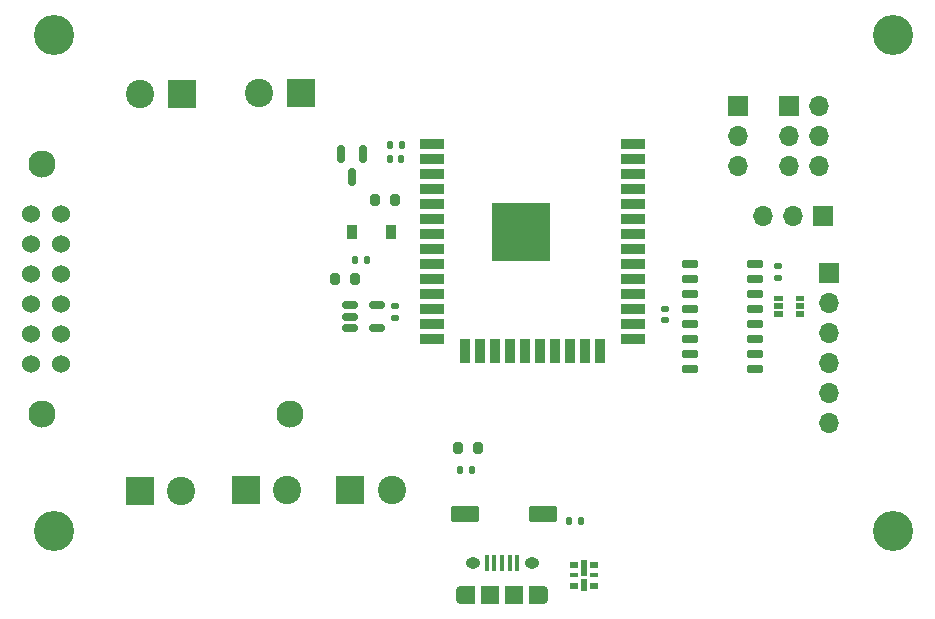
<source format=gbr>
%TF.GenerationSoftware,KiCad,Pcbnew,(6.0.0-0)*%
%TF.CreationDate,2022-09-01T13:13:12-04:00*%
%TF.ProjectId,Dome_Controller,446f6d65-5f43-46f6-9e74-726f6c6c6572,rev?*%
%TF.SameCoordinates,Original*%
%TF.FileFunction,Soldermask,Top*%
%TF.FilePolarity,Negative*%
%FSLAX46Y46*%
G04 Gerber Fmt 4.6, Leading zero omitted, Abs format (unit mm)*
G04 Created by KiCad (PCBNEW (6.0.0-0)) date 2022-09-01 13:13:12*
%MOMM*%
%LPD*%
G01*
G04 APERTURE LIST*
G04 Aperture macros list*
%AMRoundRect*
0 Rectangle with rounded corners*
0 $1 Rounding radius*
0 $2 $3 $4 $5 $6 $7 $8 $9 X,Y pos of 4 corners*
0 Add a 4 corners polygon primitive as box body*
4,1,4,$2,$3,$4,$5,$6,$7,$8,$9,$2,$3,0*
0 Add four circle primitives for the rounded corners*
1,1,$1+$1,$2,$3*
1,1,$1+$1,$4,$5*
1,1,$1+$1,$6,$7*
1,1,$1+$1,$8,$9*
0 Add four rect primitives between the rounded corners*
20,1,$1+$1,$2,$3,$4,$5,0*
20,1,$1+$1,$4,$5,$6,$7,0*
20,1,$1+$1,$6,$7,$8,$9,0*
20,1,$1+$1,$8,$9,$2,$3,0*%
G04 Aperture macros list end*
%ADD10C,0.010000*%
%ADD11R,2.400000X2.400000*%
%ADD12C,2.400000*%
%ADD13RoundRect,0.140000X-0.170000X0.140000X-0.170000X-0.140000X0.170000X-0.140000X0.170000X0.140000X0*%
%ADD14RoundRect,0.200000X-0.200000X-0.275000X0.200000X-0.275000X0.200000X0.275000X-0.200000X0.275000X0*%
%ADD15R,0.400000X1.350000*%
%ADD16R,1.500000X1.550000*%
%ADD17O,0.890000X1.550000*%
%ADD18O,1.250000X0.950000*%
%ADD19R,1.200000X1.550000*%
%ADD20R,2.000000X0.900000*%
%ADD21R,0.900000X2.000000*%
%ADD22R,5.000000X5.000000*%
%ADD23RoundRect,0.140000X0.140000X0.170000X-0.140000X0.170000X-0.140000X-0.170000X0.140000X-0.170000X0*%
%ADD24RoundRect,0.083990X-1.126010X-0.556010X1.126010X-0.556010X1.126010X0.556010X-1.126010X0.556010X0*%
%ADD25R,0.914400X1.219200*%
%ADD26C,3.400000*%
%ADD27R,1.700000X1.700000*%
%ADD28O,1.700000X1.700000*%
%ADD29RoundRect,0.150000X-0.150000X0.587500X-0.150000X-0.587500X0.150000X-0.587500X0.150000X0.587500X0*%
%ADD30R,0.800000X0.500000*%
%ADD31R,0.500000X1.000000*%
%ADD32R,0.800000X0.300000*%
%ADD33R,0.500000X1.480000*%
%ADD34C,1.524000*%
%ADD35C,2.300000*%
%ADD36RoundRect,0.135000X-0.135000X-0.185000X0.135000X-0.185000X0.135000X0.185000X-0.135000X0.185000X0*%
%ADD37RoundRect,0.140000X-0.140000X-0.170000X0.140000X-0.170000X0.140000X0.170000X-0.140000X0.170000X0*%
%ADD38RoundRect,0.049600X-0.605400X-0.260400X0.605400X-0.260400X0.605400X0.260400X-0.605400X0.260400X0*%
%ADD39RoundRect,0.150000X-0.512500X-0.150000X0.512500X-0.150000X0.512500X0.150000X-0.512500X0.150000X0*%
%ADD40RoundRect,0.200000X0.200000X0.275000X-0.200000X0.275000X-0.200000X-0.275000X0.200000X-0.275000X0*%
G04 APERTURE END LIST*
D10*
%TO.C,U5*%
X137930000Y-83745800D02*
X138555000Y-83745800D01*
X138555000Y-83745800D02*
X138555000Y-84145800D01*
X138555000Y-84145800D02*
X137930000Y-84145800D01*
X137930000Y-84145800D02*
X137930000Y-83745800D01*
G36*
X138555000Y-84145800D02*
G01*
X137930000Y-84145800D01*
X137930000Y-83745800D01*
X138555000Y-83745800D01*
X138555000Y-84145800D01*
G37*
X138555000Y-84145800D02*
X137930000Y-84145800D01*
X137930000Y-83745800D01*
X138555000Y-83745800D01*
X138555000Y-84145800D01*
X139755000Y-84395800D02*
X140380000Y-84395800D01*
X140380000Y-84395800D02*
X140380000Y-84795800D01*
X140380000Y-84795800D02*
X139755000Y-84795800D01*
X139755000Y-84795800D02*
X139755000Y-84395800D01*
G36*
X140380000Y-84795800D02*
G01*
X139755000Y-84795800D01*
X139755000Y-84395800D01*
X140380000Y-84395800D01*
X140380000Y-84795800D01*
G37*
X140380000Y-84795800D02*
X139755000Y-84795800D01*
X139755000Y-84395800D01*
X140380000Y-84395800D01*
X140380000Y-84795800D01*
X137930000Y-84395800D02*
X138555000Y-84395800D01*
X138555000Y-84395800D02*
X138555000Y-84795800D01*
X138555000Y-84795800D02*
X137930000Y-84795800D01*
X137930000Y-84795800D02*
X137930000Y-84395800D01*
G36*
X138555000Y-84795800D02*
G01*
X137930000Y-84795800D01*
X137930000Y-84395800D01*
X138555000Y-84395800D01*
X138555000Y-84795800D01*
G37*
X138555000Y-84795800D02*
X137930000Y-84795800D01*
X137930000Y-84395800D01*
X138555000Y-84395800D01*
X138555000Y-84795800D01*
X137930000Y-83095800D02*
X138555000Y-83095800D01*
X138555000Y-83095800D02*
X138555000Y-83495800D01*
X138555000Y-83495800D02*
X137930000Y-83495800D01*
X137930000Y-83495800D02*
X137930000Y-83095800D01*
G36*
X138555000Y-83495800D02*
G01*
X137930000Y-83495800D01*
X137930000Y-83095800D01*
X138555000Y-83095800D01*
X138555000Y-83495800D01*
G37*
X138555000Y-83495800D02*
X137930000Y-83495800D01*
X137930000Y-83095800D01*
X138555000Y-83095800D01*
X138555000Y-83495800D01*
X139755000Y-83095800D02*
X140380000Y-83095800D01*
X140380000Y-83095800D02*
X140380000Y-83495800D01*
X140380000Y-83495800D02*
X139755000Y-83495800D01*
X139755000Y-83495800D02*
X139755000Y-83095800D01*
G36*
X140380000Y-83495800D02*
G01*
X139755000Y-83495800D01*
X139755000Y-83095800D01*
X140380000Y-83095800D01*
X140380000Y-83495800D01*
G37*
X140380000Y-83495800D02*
X139755000Y-83495800D01*
X139755000Y-83095800D01*
X140380000Y-83095800D01*
X140380000Y-83495800D01*
X139755000Y-83745800D02*
X140380000Y-83745800D01*
X140380000Y-83745800D02*
X140380000Y-84145800D01*
X140380000Y-84145800D02*
X139755000Y-84145800D01*
X139755000Y-84145800D02*
X139755000Y-83745800D01*
G36*
X140380000Y-84145800D02*
G01*
X139755000Y-84145800D01*
X139755000Y-83745800D01*
X140380000Y-83745800D01*
X140380000Y-84145800D01*
G37*
X140380000Y-84145800D02*
X139755000Y-84145800D01*
X139755000Y-83745800D01*
X140380000Y-83745800D01*
X140380000Y-84145800D01*
%TD*%
D11*
%TO.C,J5*%
X87780000Y-66000000D03*
D12*
X84280000Y-66000000D03*
%TD*%
D13*
%TO.C,C4*%
X138220000Y-80620000D03*
X138220000Y-81580000D03*
%TD*%
D11*
%TO.C,J8*%
X93190000Y-99570000D03*
D12*
X96690000Y-99570000D03*
%TD*%
D14*
%TO.C,R2*%
X104165000Y-75030000D03*
X105815000Y-75030000D03*
%TD*%
%TO.C,R3*%
X100755000Y-81700000D03*
X102405000Y-81700000D03*
%TD*%
D15*
%TO.C,J1*%
X113600000Y-105750000D03*
X114250000Y-105750000D03*
X114900000Y-105750000D03*
X115550000Y-105750000D03*
X116200000Y-105750000D03*
D16*
X115900000Y-108450000D03*
D17*
X118400000Y-108450000D03*
D18*
X117400000Y-105750000D03*
D19*
X112000000Y-108450000D03*
D18*
X112400000Y-105750000D03*
D19*
X117800000Y-108450000D03*
D16*
X113900000Y-108450000D03*
D17*
X111400000Y-108450000D03*
%TD*%
D20*
%TO.C,U1*%
X108980000Y-70245000D03*
X108980000Y-71515000D03*
X108980000Y-72785000D03*
X108980000Y-74055000D03*
X108980000Y-75325000D03*
X108980000Y-76595000D03*
X108980000Y-77865000D03*
X108980000Y-79135000D03*
X108980000Y-80405000D03*
X108980000Y-81675000D03*
X108980000Y-82945000D03*
X108980000Y-84215000D03*
X108980000Y-85485000D03*
X108980000Y-86755000D03*
D21*
X111765000Y-87755000D03*
X113035000Y-87755000D03*
X114305000Y-87755000D03*
X115575000Y-87755000D03*
X116845000Y-87755000D03*
X118115000Y-87755000D03*
X119385000Y-87755000D03*
X120655000Y-87755000D03*
X121925000Y-87755000D03*
X123195000Y-87755000D03*
D20*
X125980000Y-86755000D03*
X125980000Y-85485000D03*
X125980000Y-84215000D03*
X125980000Y-82945000D03*
X125980000Y-81675000D03*
X125980000Y-80405000D03*
X125980000Y-79135000D03*
X125980000Y-77865000D03*
X125980000Y-76595000D03*
X125980000Y-75325000D03*
X125980000Y-74055000D03*
X125980000Y-72785000D03*
X125980000Y-71515000D03*
X125980000Y-70245000D03*
D22*
X116480000Y-77745000D03*
%TD*%
D23*
%TO.C,C3*%
X106350000Y-71550000D03*
X105390000Y-71550000D03*
%TD*%
%TO.C,C5*%
X103440000Y-80110000D03*
X102480000Y-80110000D03*
%TD*%
D11*
%TO.C,J9*%
X102060000Y-99570000D03*
D12*
X105560000Y-99570000D03*
%TD*%
D23*
%TO.C,C2*%
X106390000Y-70320000D03*
X105430000Y-70320000D03*
%TD*%
D24*
%TO.C,SW1*%
X118375000Y-101600000D03*
X111795000Y-101600000D03*
%TD*%
D13*
%TO.C,C7*%
X105870000Y-83990000D03*
X105870000Y-84950000D03*
%TD*%
D25*
%TO.C,CR1*%
X105476800Y-77738500D03*
X102200200Y-77738500D03*
%TD*%
D26*
%TO.C,REF\u002A\u002A*%
X77000000Y-61000000D03*
%TD*%
D27*
%TO.C,J3*%
X139210000Y-67040000D03*
D28*
X141750000Y-67040000D03*
X139210000Y-69580000D03*
X141750000Y-69580000D03*
X139210000Y-72120000D03*
X141750000Y-72120000D03*
%TD*%
D29*
%TO.C,U2*%
X103130000Y-71142500D03*
X101230000Y-71142500D03*
X102180000Y-73017500D03*
%TD*%
D26*
%TO.C,REF\u002A\u002A*%
X77000000Y-103000000D03*
%TD*%
D27*
%TO.C,J2*%
X142610000Y-81150000D03*
D28*
X142610000Y-83690000D03*
X142610000Y-86230000D03*
X142610000Y-88770000D03*
X142610000Y-91310000D03*
X142610000Y-93850000D03*
%TD*%
D13*
%TO.C,C6*%
X128680000Y-84190000D03*
X128680000Y-85150000D03*
%TD*%
D30*
%TO.C,D1*%
X122650000Y-107670000D03*
D31*
X121800000Y-107600000D03*
D32*
X122650000Y-106770000D03*
D30*
X122650000Y-105870000D03*
X120950000Y-105870000D03*
D32*
X120950000Y-106770000D03*
D33*
X121800000Y-106180000D03*
D30*
X120950000Y-107670000D03*
%TD*%
D26*
%TO.C,REF\u002A\u002A*%
X148000000Y-103000000D03*
%TD*%
D27*
%TO.C,J4*%
X142050000Y-76320000D03*
D28*
X139510000Y-76320000D03*
X136970000Y-76320000D03*
%TD*%
D26*
%TO.C,REF\u002A\u002A*%
X148000000Y-61000000D03*
%TD*%
D27*
%TO.C,J10*%
X134870000Y-67020000D03*
D28*
X134870000Y-69560000D03*
X134870000Y-72100000D03*
%TD*%
D11*
%TO.C,J7*%
X84230000Y-99650000D03*
D12*
X87730000Y-99650000D03*
%TD*%
D34*
%TO.C,U6*%
X75035000Y-76185000D03*
X75035000Y-78725000D03*
X75035000Y-81265000D03*
X75035000Y-83805000D03*
X75035000Y-86345000D03*
X75035000Y-88885000D03*
X77575000Y-88885000D03*
X77575000Y-86345000D03*
X77575000Y-83805000D03*
X77575000Y-81265000D03*
X77575000Y-78725000D03*
X77575000Y-76185000D03*
D35*
X75965000Y-71935000D03*
X75965000Y-93135000D03*
X96965000Y-93135000D03*
%TD*%
D36*
%TO.C,R4*%
X120550000Y-102200000D03*
X121570000Y-102200000D03*
%TD*%
D37*
%TO.C,C1*%
X111350000Y-97870000D03*
X112310000Y-97870000D03*
%TD*%
D38*
%TO.C,U4*%
X130845000Y-80395000D03*
X130845000Y-81665000D03*
X130845000Y-82935000D03*
X130845000Y-84205000D03*
X130845000Y-85475000D03*
X130845000Y-86745000D03*
X130845000Y-88015000D03*
X130845000Y-89285000D03*
X136345000Y-89285000D03*
X136345000Y-88015000D03*
X136345000Y-86745000D03*
X136345000Y-85475000D03*
X136345000Y-84205000D03*
X136345000Y-82935000D03*
X136345000Y-81665000D03*
X136345000Y-80395000D03*
%TD*%
D11*
%TO.C,J6*%
X97850000Y-65930000D03*
D12*
X94350000Y-65930000D03*
%TD*%
D39*
%TO.C,U3*%
X102032500Y-83920000D03*
X102032500Y-84870000D03*
X102032500Y-85820000D03*
X104307500Y-85820000D03*
X104307500Y-83920000D03*
%TD*%
D40*
%TO.C,R1*%
X112855000Y-96010000D03*
X111205000Y-96010000D03*
%TD*%
M02*

</source>
